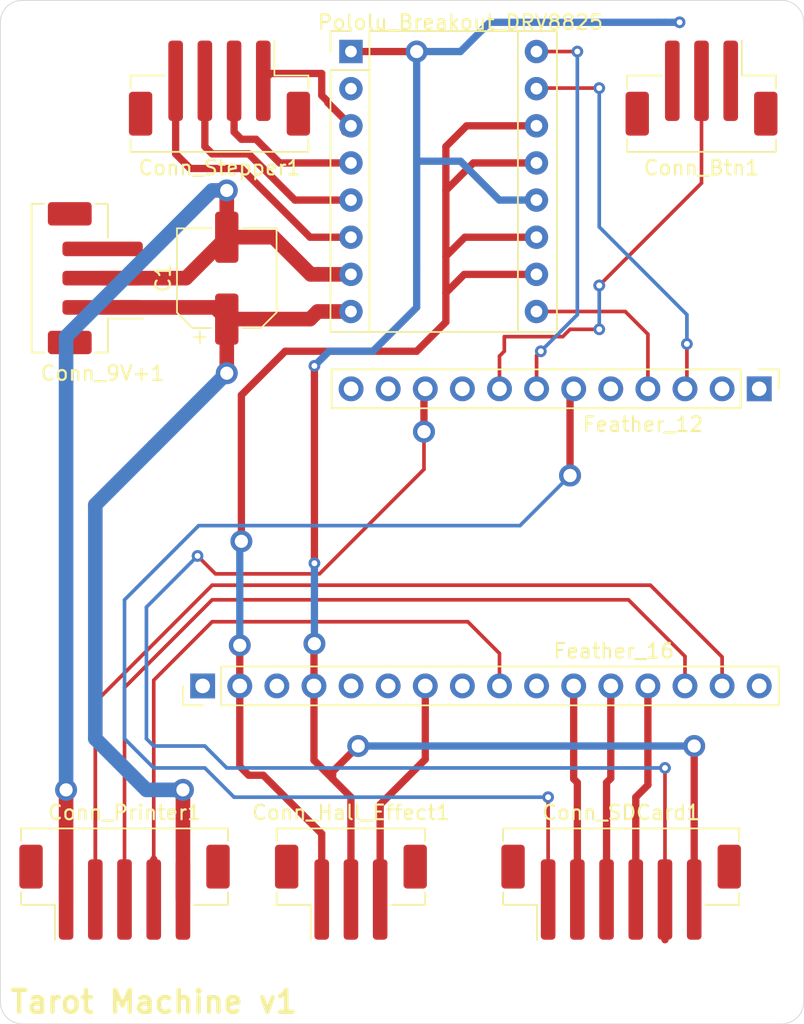
<source format=kicad_pcb>
(kicad_pcb (version 20171130) (host pcbnew "(5.1.9)-1")

  (general
    (thickness 1.6)
    (drawings 9)
    (tracks 210)
    (zones 0)
    (modules 10)
    (nets 36)
  )

  (page A4)
  (layers
    (0 F.Cu signal)
    (31 B.Cu signal)
    (32 B.Adhes user)
    (33 F.Adhes user)
    (34 B.Paste user)
    (35 F.Paste user)
    (36 B.SilkS user)
    (37 F.SilkS user)
    (38 B.Mask user)
    (39 F.Mask user)
    (40 Dwgs.User user)
    (41 Cmts.User user)
    (42 Eco1.User user)
    (43 Eco2.User user)
    (44 Edge.Cuts user)
    (45 Margin user)
    (46 B.CrtYd user)
    (47 F.CrtYd user)
    (48 B.Fab user)
    (49 F.Fab user)
  )

  (setup
    (last_trace_width 0.25)
    (user_trace_width 0.25)
    (user_trace_width 0.5)
    (user_trace_width 1)
    (trace_clearance 0.2)
    (zone_clearance 0.508)
    (zone_45_only no)
    (trace_min 0.2)
    (via_size 0.8)
    (via_drill 0.4)
    (via_min_size 0.4)
    (via_min_drill 0.3)
    (user_via 1.5 0.9)
    (user_via 2 1.5)
    (uvia_size 0.3)
    (uvia_drill 0.1)
    (uvias_allowed no)
    (uvia_min_size 0.2)
    (uvia_min_drill 0.1)
    (edge_width 0.05)
    (segment_width 0.2)
    (pcb_text_width 0.3)
    (pcb_text_size 1.5 1.5)
    (mod_edge_width 0.12)
    (mod_text_size 1 1)
    (mod_text_width 0.15)
    (pad_size 1.524 1.524)
    (pad_drill 0.762)
    (pad_to_mask_clearance 0.051)
    (solder_mask_min_width 0.25)
    (aux_axis_origin 0 0)
    (visible_elements 7FFFFFFF)
    (pcbplotparams
      (layerselection 0x01020_7fffffff)
      (usegerberextensions false)
      (usegerberattributes false)
      (usegerberadvancedattributes false)
      (creategerberjobfile false)
      (excludeedgelayer true)
      (linewidth 0.100000)
      (plotframeref false)
      (viasonmask false)
      (mode 1)
      (useauxorigin false)
      (hpglpennumber 1)
      (hpglpenspeed 20)
      (hpglpendiameter 15.000000)
      (psnegative false)
      (psa4output false)
      (plotreference true)
      (plotvalue true)
      (plotinvisibletext false)
      (padsonsilk false)
      (subtractmaskfromsilk false)
      (outputformat 5)
      (mirror false)
      (drillshape 0)
      (scaleselection 1)
      (outputdirectory "../../../../Projects/Hyperborea/TarotMachine/art/"))
  )

  (net 0 "")
  (net 1 GND)
  (net 2 +3V3)
  (net 3 /GPIO_6)
  (net 4 /STEP_1A)
  (net 5 /STEP_2A)
  (net 6 /STEP_1B)
  (net 7 /STEP_2B)
  (net 8 /GND_9V)
  (net 9 /GPIO_5)
  (net 10 /+9V)
  (net 11 /GPIO_11)
  (net 12 /bat)
  (net 13 /en)
  (net 14 /usb)
  (net 15 /GPIO_13)
  (net 16 /GPIO_12)
  (net 17 /GPIO_10)
  (net 18 /GPIO_9)
  (net 19 /scl)
  (net 20 /sda)
  (net 21 /tx)
  (net 22 /rx)
  (net 23 /mi)
  (net 24 /mo)
  (net 25 /sck)
  (net 26 /a5)
  (net 27 /a4)
  (net 28 /a3)
  (net 29 /a2)
  (net 30 /a1)
  (net 31 /a0)
  (net 32 /rst)
  (net 33 "Net-(Feather_16-Pad16)")
  (net 34 "Net-(Feather_16-Pad3)")
  (net 35 "Net-(Pololu_Breakout_DRV8825-Pad2)")

  (net_class Default "This is the default net class."
    (clearance 0.2)
    (trace_width 0.25)
    (via_dia 0.8)
    (via_drill 0.4)
    (uvia_dia 0.3)
    (uvia_drill 0.1)
    (add_net +3V3)
    (add_net /+9V)
    (add_net /GND_9V)
    (add_net /GPIO_10)
    (add_net /GPIO_11)
    (add_net /GPIO_12)
    (add_net /GPIO_13)
    (add_net /GPIO_5)
    (add_net /GPIO_6)
    (add_net /GPIO_9)
    (add_net /STEP_1A)
    (add_net /STEP_1B)
    (add_net /STEP_2A)
    (add_net /STEP_2B)
    (add_net /a0)
    (add_net /a1)
    (add_net /a2)
    (add_net /a3)
    (add_net /a4)
    (add_net /a5)
    (add_net /bat)
    (add_net /en)
    (add_net /mi)
    (add_net /mo)
    (add_net /rst)
    (add_net /rx)
    (add_net /sck)
    (add_net /scl)
    (add_net /sda)
    (add_net /tx)
    (add_net /usb)
    (add_net GND)
    (add_net "Net-(Feather_16-Pad16)")
    (add_net "Net-(Feather_16-Pad3)")
    (add_net "Net-(Pololu_Breakout_DRV8825-Pad2)")
  )

  (module Module:Pololu_Breakout-16_15.2x20.3mm (layer F.Cu) (tedit 58AB602C) (tstamp 62BA2A0E)
    (at 24 3.5)
    (descr "Pololu Breakout 16-pin 15.2x20.3mm 0.6x0.8\\")
    (tags "Pololu Breakout")
    (path /62A99AD0)
    (fp_text reference Pololu_Breakout_DRV8825 (at 7.5 -2) (layer F.SilkS)
      (effects (font (size 1 1) (thickness 0.15)))
    )
    (fp_text value Pololu_Breakout_DRV8825 (at 6.35 20.17) (layer F.Fab)
      (effects (font (size 1 1) (thickness 0.15)))
    )
    (fp_line (start 14.21 19.3) (end -1.53 19.3) (layer F.CrtYd) (width 0.05))
    (fp_line (start 14.21 19.3) (end 14.21 -1.52) (layer F.CrtYd) (width 0.05))
    (fp_line (start -1.53 -1.52) (end -1.53 19.3) (layer F.CrtYd) (width 0.05))
    (fp_line (start -1.53 -1.52) (end 14.21 -1.52) (layer F.CrtYd) (width 0.05))
    (fp_line (start -1.27 19.05) (end -1.27 0) (layer F.Fab) (width 0.1))
    (fp_line (start 13.97 19.05) (end -1.27 19.05) (layer F.Fab) (width 0.1))
    (fp_line (start 13.97 -1.27) (end 13.97 19.05) (layer F.Fab) (width 0.1))
    (fp_line (start 0 -1.27) (end 13.97 -1.27) (layer F.Fab) (width 0.1))
    (fp_line (start -1.27 0) (end 0 -1.27) (layer F.Fab) (width 0.1))
    (fp_line (start 14.1 -1.4) (end 1.27 -1.4) (layer F.SilkS) (width 0.12))
    (fp_line (start 14.1 19.18) (end 14.1 -1.4) (layer F.SilkS) (width 0.12))
    (fp_line (start -1.4 19.18) (end 14.1 19.18) (layer F.SilkS) (width 0.12))
    (fp_line (start -1.4 1.27) (end -1.4 19.18) (layer F.SilkS) (width 0.12))
    (fp_line (start 1.27 1.27) (end -1.4 1.27) (layer F.SilkS) (width 0.12))
    (fp_line (start 1.27 -1.4) (end 1.27 1.27) (layer F.SilkS) (width 0.12))
    (fp_line (start -1.4 -1.4) (end -1.4 0) (layer F.SilkS) (width 0.12))
    (fp_line (start 0 -1.4) (end -1.4 -1.4) (layer F.SilkS) (width 0.12))
    (fp_line (start 1.27 1.27) (end 1.27 19.18) (layer F.SilkS) (width 0.12))
    (fp_line (start 11.43 -1.4) (end 11.43 19.18) (layer F.SilkS) (width 0.12))
    (fp_text user %R (at 6.35 0) (layer F.Fab)
      (effects (font (size 1 1) (thickness 0.15)))
    )
    (pad 1 thru_hole rect (at 0 0) (size 1.6 1.6) (drill 0.8) (layers *.Cu *.Mask)
      (net 1 GND))
    (pad 9 thru_hole oval (at 12.7 17.78) (size 1.6 1.6) (drill 0.8) (layers *.Cu *.Mask)
      (net 3 /GPIO_6))
    (pad 2 thru_hole oval (at 0 2.54) (size 1.6 1.6) (drill 0.8) (layers *.Cu *.Mask)
      (net 35 "Net-(Pololu_Breakout_DRV8825-Pad2)"))
    (pad 10 thru_hole oval (at 12.7 15.24) (size 1.6 1.6) (drill 0.8) (layers *.Cu *.Mask)
      (net 2 +3V3))
    (pad 3 thru_hole oval (at 0 5.08) (size 1.6 1.6) (drill 0.8) (layers *.Cu *.Mask)
      (net 5 /STEP_2A))
    (pad 11 thru_hole oval (at 12.7 12.7) (size 1.6 1.6) (drill 0.8) (layers *.Cu *.Mask)
      (net 2 +3V3))
    (pad 4 thru_hole oval (at 0 7.62) (size 1.6 1.6) (drill 0.8) (layers *.Cu *.Mask)
      (net 4 /STEP_1A))
    (pad 12 thru_hole oval (at 12.7 10.16) (size 1.6 1.6) (drill 0.8) (layers *.Cu *.Mask)
      (net 1 GND))
    (pad 5 thru_hole oval (at 0 10.16) (size 1.6 1.6) (drill 0.8) (layers *.Cu *.Mask)
      (net 6 /STEP_1B))
    (pad 13 thru_hole oval (at 12.7 7.62) (size 1.6 1.6) (drill 0.8) (layers *.Cu *.Mask)
      (net 2 +3V3))
    (pad 6 thru_hole oval (at 0 12.7) (size 1.6 1.6) (drill 0.8) (layers *.Cu *.Mask)
      (net 7 /STEP_2B))
    (pad 14 thru_hole oval (at 12.7 5.08) (size 1.6 1.6) (drill 0.8) (layers *.Cu *.Mask)
      (net 2 +3V3))
    (pad 7 thru_hole oval (at 0 15.24) (size 1.6 1.6) (drill 0.8) (layers *.Cu *.Mask)
      (net 8 /GND_9V))
    (pad 15 thru_hole oval (at 12.7 2.54) (size 1.6 1.6) (drill 0.8) (layers *.Cu *.Mask)
      (net 9 /GPIO_5))
    (pad 8 thru_hole oval (at 0 17.78) (size 1.6 1.6) (drill 0.8) (layers *.Cu *.Mask)
      (net 10 /+9V))
    (pad 16 thru_hole oval (at 12.7 0) (size 1.6 1.6) (drill 0.8) (layers *.Cu *.Mask)
      (net 11 /GPIO_11))
    (model ${KISYS3DMOD}/Module.3dshapes/Pololu_Breakout-16_15.2x20.3mm.wrl
      (at (xyz 0 0 0))
      (scale (xyz 1 1 1))
      (rotate (xyz 0 0 0))
    )
  )

  (module Connector_JST:JST_PH_B3B-PH-SM4-TB_1x03-1MP_P2.00mm_Vertical (layer F.Cu) (tedit 5B78AD87) (tstamp 62BA2AF8)
    (at 48 6 180)
    (descr "JST PH series connector, B3B-PH-SM4-TB (http://www.jst-mfg.com/product/pdf/eng/ePH.pdf), generated with kicad-footprint-generator")
    (tags "connector JST PH side entry")
    (path /62A97CD5)
    (attr smd)
    (fp_text reference Conn_Btn1 (at 0 -5.45) (layer F.SilkS)
      (effects (font (size 1 1) (thickness 0.15)))
    )
    (fp_text value Conn_Btn (at 0 4.45) (layer F.Fab)
      (effects (font (size 1 1) (thickness 0.15)))
    )
    (fp_line (start -2 0.042893) (end -1.5 0.75) (layer F.Fab) (width 0.1))
    (fp_line (start -2.5 0.75) (end -2 0.042893) (layer F.Fab) (width 0.1))
    (fp_line (start 5.7 -4.75) (end -5.7 -4.75) (layer F.CrtYd) (width 0.05))
    (fp_line (start 5.7 3.75) (end 5.7 -4.75) (layer F.CrtYd) (width 0.05))
    (fp_line (start -5.7 3.75) (end 5.7 3.75) (layer F.CrtYd) (width 0.05))
    (fp_line (start -5.7 -4.75) (end -5.7 3.75) (layer F.CrtYd) (width 0.05))
    (fp_line (start 2.25 -2.75) (end 1.75 -2.75) (layer F.Fab) (width 0.1))
    (fp_line (start 2.25 -2.25) (end 2.25 -2.75) (layer F.Fab) (width 0.1))
    (fp_line (start 1.75 -2.25) (end 2.25 -2.25) (layer F.Fab) (width 0.1))
    (fp_line (start 1.75 -2.75) (end 1.75 -2.25) (layer F.Fab) (width 0.1))
    (fp_line (start 0.25 -2.75) (end -0.25 -2.75) (layer F.Fab) (width 0.1))
    (fp_line (start 0.25 -2.25) (end 0.25 -2.75) (layer F.Fab) (width 0.1))
    (fp_line (start -0.25 -2.25) (end 0.25 -2.25) (layer F.Fab) (width 0.1))
    (fp_line (start -0.25 -2.75) (end -0.25 -2.25) (layer F.Fab) (width 0.1))
    (fp_line (start -1.75 -2.75) (end -2.25 -2.75) (layer F.Fab) (width 0.1))
    (fp_line (start -1.75 -2.25) (end -1.75 -2.75) (layer F.Fab) (width 0.1))
    (fp_line (start -2.25 -2.25) (end -1.75 -2.25) (layer F.Fab) (width 0.1))
    (fp_line (start -2.25 -2.75) (end -2.25 -2.25) (layer F.Fab) (width 0.1))
    (fp_line (start 4.975 0.75) (end 4.975 -4.25) (layer F.Fab) (width 0.1))
    (fp_line (start -4.975 0.75) (end -4.975 -4.25) (layer F.Fab) (width 0.1))
    (fp_line (start -4.975 -4.25) (end 4.975 -4.25) (layer F.Fab) (width 0.1))
    (fp_line (start 5.085 -4.36) (end 5.085 -3.51) (layer F.SilkS) (width 0.12))
    (fp_line (start -5.085 -4.36) (end 5.085 -4.36) (layer F.SilkS) (width 0.12))
    (fp_line (start -5.085 -3.51) (end -5.085 -4.36) (layer F.SilkS) (width 0.12))
    (fp_line (start 5.085 0.86) (end 2.76 0.86) (layer F.SilkS) (width 0.12))
    (fp_line (start 5.085 0.01) (end 5.085 0.86) (layer F.SilkS) (width 0.12))
    (fp_line (start -2.76 0.86) (end -2.76 3.25) (layer F.SilkS) (width 0.12))
    (fp_line (start -5.085 0.86) (end -2.76 0.86) (layer F.SilkS) (width 0.12))
    (fp_line (start -5.085 0.01) (end -5.085 0.86) (layer F.SilkS) (width 0.12))
    (fp_line (start -4.975 0.75) (end 4.975 0.75) (layer F.Fab) (width 0.1))
    (fp_text user %R (at 0 -1) (layer F.Fab)
      (effects (font (size 1 1) (thickness 0.15)))
    )
    (pad 1 smd roundrect (at -2 0.5 180) (size 1 5.5) (layers F.Cu F.Paste F.Mask) (roundrect_rratio 0.25)
      (net 1 GND))
    (pad 2 smd roundrect (at 0 0.5 180) (size 1 5.5) (layers F.Cu F.Paste F.Mask) (roundrect_rratio 0.25)
      (net 16 /GPIO_12))
    (pad 3 smd roundrect (at 2 0.5 180) (size 1 5.5) (layers F.Cu F.Paste F.Mask) (roundrect_rratio 0.25))
    (pad MP smd roundrect (at -4.4 -1.75 180) (size 1.6 3) (layers F.Cu F.Paste F.Mask) (roundrect_rratio 0.15625))
    (pad MP smd roundrect (at 4.4 -1.75 180) (size 1.6 3) (layers F.Cu F.Paste F.Mask) (roundrect_rratio 0.15625))
    (model ${KISYS3DMOD}/Connector_JST.3dshapes/JST_PH_B3B-PH-SM4-TB_1x03-1MP_P2.00mm_Vertical.wrl
      (at (xyz 0 0 0))
      (scale (xyz 1 1 1))
      (rotate (xyz 0 0 0))
    )
  )

  (module Connector_PinHeader_2.54mm:PinHeader_1x16_P2.54mm_Vertical (layer F.Cu) (tedit 59FED5CC) (tstamp 62BA2C3B)
    (at 13.85 46.89 90)
    (descr "Through hole straight pin header, 1x16, 2.54mm pitch, single row")
    (tags "Through hole pin header THT 1x16 2.54mm single row")
    (path /5D18C1C3)
    (fp_text reference Feather_16 (at 2.39 28.15 180) (layer F.SilkS)
      (effects (font (size 1 1) (thickness 0.15)))
    )
    (fp_text value Feather_16 (at 2.39 28.15 180) (layer F.Fab)
      (effects (font (size 1 1) (thickness 0.15)))
    )
    (fp_line (start -0.635 -1.27) (end 1.27 -1.27) (layer F.Fab) (width 0.1))
    (fp_line (start 1.27 -1.27) (end 1.27 39.37) (layer F.Fab) (width 0.1))
    (fp_line (start 1.27 39.37) (end -1.27 39.37) (layer F.Fab) (width 0.1))
    (fp_line (start -1.27 39.37) (end -1.27 -0.635) (layer F.Fab) (width 0.1))
    (fp_line (start -1.27 -0.635) (end -0.635 -1.27) (layer F.Fab) (width 0.1))
    (fp_line (start -1.33 39.43) (end 1.33 39.43) (layer F.SilkS) (width 0.12))
    (fp_line (start -1.33 1.27) (end -1.33 39.43) (layer F.SilkS) (width 0.12))
    (fp_line (start 1.33 1.27) (end 1.33 39.43) (layer F.SilkS) (width 0.12))
    (fp_line (start -1.33 1.27) (end 1.33 1.27) (layer F.SilkS) (width 0.12))
    (fp_line (start -1.33 0) (end -1.33 -1.33) (layer F.SilkS) (width 0.12))
    (fp_line (start -1.33 -1.33) (end 0 -1.33) (layer F.SilkS) (width 0.12))
    (fp_line (start -1.8 -1.8) (end -1.8 39.9) (layer F.CrtYd) (width 0.05))
    (fp_line (start -1.8 39.9) (end 1.8 39.9) (layer F.CrtYd) (width 0.05))
    (fp_line (start 1.8 39.9) (end 1.8 -1.8) (layer F.CrtYd) (width 0.05))
    (fp_line (start 1.8 -1.8) (end -1.8 -1.8) (layer F.CrtYd) (width 0.05))
    (fp_text user %R (at 0 19.05) (layer F.Fab)
      (effects (font (size 1 1) (thickness 0.15)))
    )
    (pad 16 thru_hole oval (at 0 38.1 90) (size 1.7 1.7) (drill 1) (layers *.Cu *.Mask)
      (net 33 "Net-(Feather_16-Pad16)"))
    (pad 15 thru_hole oval (at 0 35.56 90) (size 1.7 1.7) (drill 1) (layers *.Cu *.Mask)
      (net 21 /tx))
    (pad 14 thru_hole oval (at 0 33.02 90) (size 1.7 1.7) (drill 1) (layers *.Cu *.Mask)
      (net 22 /rx))
    (pad 13 thru_hole oval (at 0 30.48 90) (size 1.7 1.7) (drill 1) (layers *.Cu *.Mask)
      (net 23 /mi))
    (pad 12 thru_hole oval (at 0 27.94 90) (size 1.7 1.7) (drill 1) (layers *.Cu *.Mask)
      (net 24 /mo))
    (pad 11 thru_hole oval (at 0 25.4 90) (size 1.7 1.7) (drill 1) (layers *.Cu *.Mask)
      (net 25 /sck))
    (pad 10 thru_hole oval (at 0 22.86 90) (size 1.7 1.7) (drill 1) (layers *.Cu *.Mask)
      (net 26 /a5))
    (pad 9 thru_hole oval (at 0 20.32 90) (size 1.7 1.7) (drill 1) (layers *.Cu *.Mask)
      (net 27 /a4))
    (pad 8 thru_hole oval (at 0 17.78 90) (size 1.7 1.7) (drill 1) (layers *.Cu *.Mask)
      (net 28 /a3))
    (pad 7 thru_hole oval (at 0 15.24 90) (size 1.7 1.7) (drill 1) (layers *.Cu *.Mask)
      (net 29 /a2))
    (pad 6 thru_hole oval (at 0 12.7 90) (size 1.7 1.7) (drill 1) (layers *.Cu *.Mask)
      (net 30 /a1))
    (pad 5 thru_hole oval (at 0 10.16 90) (size 1.7 1.7) (drill 1) (layers *.Cu *.Mask)
      (net 31 /a0))
    (pad 4 thru_hole oval (at 0 7.62 90) (size 1.7 1.7) (drill 1) (layers *.Cu *.Mask)
      (net 1 GND))
    (pad 3 thru_hole oval (at 0 5.08 90) (size 1.7 1.7) (drill 1) (layers *.Cu *.Mask)
      (net 34 "Net-(Feather_16-Pad3)"))
    (pad 2 thru_hole oval (at 0 2.54 90) (size 1.7 1.7) (drill 1) (layers *.Cu *.Mask)
      (net 2 +3V3))
    (pad 1 thru_hole rect (at 0 0 90) (size 1.7 1.7) (drill 1) (layers *.Cu *.Mask)
      (net 32 /rst))
    (model ${KISYS3DMOD}/Connector_PinHeader_2.54mm.3dshapes/PinHeader_1x16_P2.54mm_Vertical.wrl
      (at (xyz 0 0 0))
      (scale (xyz 1 1 1))
      (rotate (xyz 0 0 0))
    )
  )

  (module Connector_PinHeader_2.54mm:PinHeader_1x12_P2.54mm_Vertical (layer F.Cu) (tedit 59FED5CC) (tstamp 62BA2BDA)
    (at 51.95 26.57 270)
    (descr "Through hole straight pin header, 1x12, 2.54mm pitch, single row")
    (tags "Through hole pin header THT 1x12 2.54mm single row")
    (path /5D191B96)
    (fp_text reference Feather_12 (at 2.43 7.95 180) (layer F.SilkS)
      (effects (font (size 1 1) (thickness 0.15)))
    )
    (fp_text value Feather_12 (at 2.43 7.95 180) (layer F.Fab)
      (effects (font (size 1 1) (thickness 0.15)))
    )
    (fp_line (start -0.635 -1.27) (end 1.27 -1.27) (layer F.Fab) (width 0.1))
    (fp_line (start 1.27 -1.27) (end 1.27 29.21) (layer F.Fab) (width 0.1))
    (fp_line (start 1.27 29.21) (end -1.27 29.21) (layer F.Fab) (width 0.1))
    (fp_line (start -1.27 29.21) (end -1.27 -0.635) (layer F.Fab) (width 0.1))
    (fp_line (start -1.27 -0.635) (end -0.635 -1.27) (layer F.Fab) (width 0.1))
    (fp_line (start -1.33 29.27) (end 1.33 29.27) (layer F.SilkS) (width 0.12))
    (fp_line (start -1.33 1.27) (end -1.33 29.27) (layer F.SilkS) (width 0.12))
    (fp_line (start 1.33 1.27) (end 1.33 29.27) (layer F.SilkS) (width 0.12))
    (fp_line (start -1.33 1.27) (end 1.33 1.27) (layer F.SilkS) (width 0.12))
    (fp_line (start -1.33 0) (end -1.33 -1.33) (layer F.SilkS) (width 0.12))
    (fp_line (start -1.33 -1.33) (end 0 -1.33) (layer F.SilkS) (width 0.12))
    (fp_line (start -1.8 -1.8) (end -1.8 29.75) (layer F.CrtYd) (width 0.05))
    (fp_line (start -1.8 29.75) (end 1.8 29.75) (layer F.CrtYd) (width 0.05))
    (fp_line (start 1.8 29.75) (end 1.8 -1.8) (layer F.CrtYd) (width 0.05))
    (fp_line (start 1.8 -1.8) (end -1.8 -1.8) (layer F.CrtYd) (width 0.05))
    (fp_text user %R (at 0 13.97) (layer F.Fab)
      (effects (font (size 1 1) (thickness 0.15)))
    )
    (pad 12 thru_hole oval (at 0 27.94 270) (size 1.7 1.7) (drill 1) (layers *.Cu *.Mask)
      (net 12 /bat))
    (pad 11 thru_hole oval (at 0 25.4 270) (size 1.7 1.7) (drill 1) (layers *.Cu *.Mask)
      (net 13 /en))
    (pad 10 thru_hole oval (at 0 22.86 270) (size 1.7 1.7) (drill 1) (layers *.Cu *.Mask)
      (net 14 /usb))
    (pad 9 thru_hole oval (at 0 20.32 270) (size 1.7 1.7) (drill 1) (layers *.Cu *.Mask)
      (net 15 /GPIO_13))
    (pad 8 thru_hole oval (at 0 17.78 270) (size 1.7 1.7) (drill 1) (layers *.Cu *.Mask)
      (net 16 /GPIO_12))
    (pad 7 thru_hole oval (at 0 15.24 270) (size 1.7 1.7) (drill 1) (layers *.Cu *.Mask)
      (net 11 /GPIO_11))
    (pad 6 thru_hole oval (at 0 12.7 270) (size 1.7 1.7) (drill 1) (layers *.Cu *.Mask)
      (net 17 /GPIO_10))
    (pad 5 thru_hole oval (at 0 10.16 270) (size 1.7 1.7) (drill 1) (layers *.Cu *.Mask)
      (net 18 /GPIO_9))
    (pad 4 thru_hole oval (at 0 7.62 270) (size 1.7 1.7) (drill 1) (layers *.Cu *.Mask)
      (net 3 /GPIO_6))
    (pad 3 thru_hole oval (at 0 5.08 270) (size 1.7 1.7) (drill 1) (layers *.Cu *.Mask)
      (net 9 /GPIO_5))
    (pad 2 thru_hole oval (at 0 2.54 270) (size 1.7 1.7) (drill 1) (layers *.Cu *.Mask)
      (net 19 /scl))
    (pad 1 thru_hole rect (at 0 0 270) (size 1.7 1.7) (drill 1) (layers *.Cu *.Mask)
      (net 20 /sda))
    (model ${KISYS3DMOD}/Connector_PinHeader_2.54mm.3dshapes/PinHeader_1x12_P2.54mm_Vertical.wrl
      (at (xyz 0 0 0))
      (scale (xyz 1 1 1))
      (rotate (xyz 0 0 0))
    )
  )

  (module Capacitor_SMD:CP_Elec_6.3x5.4 (layer F.Cu) (tedit 5BCA39D0) (tstamp 62BA2B6D)
    (at 15.5 19 90)
    (descr "SMD capacitor, aluminum electrolytic, Panasonic C55, 6.3x5.4mm")
    (tags "capacitor electrolytic")
    (path /62AB3DDB)
    (attr smd)
    (fp_text reference C1 (at 0 -4.35 90) (layer F.SilkS)
      (effects (font (size 1 1) (thickness 0.15)))
    )
    (fp_text value CP_100uf (at 0 4.35 90) (layer F.Fab)
      (effects (font (size 1 1) (thickness 0.15)))
    )
    (fp_line (start -4.8 1.05) (end -3.55 1.05) (layer F.CrtYd) (width 0.05))
    (fp_line (start -4.8 -1.05) (end -4.8 1.05) (layer F.CrtYd) (width 0.05))
    (fp_line (start -3.55 -1.05) (end -4.8 -1.05) (layer F.CrtYd) (width 0.05))
    (fp_line (start -3.55 1.05) (end -3.55 2.4) (layer F.CrtYd) (width 0.05))
    (fp_line (start -3.55 -2.4) (end -3.55 -1.05) (layer F.CrtYd) (width 0.05))
    (fp_line (start -3.55 -2.4) (end -2.4 -3.55) (layer F.CrtYd) (width 0.05))
    (fp_line (start -3.55 2.4) (end -2.4 3.55) (layer F.CrtYd) (width 0.05))
    (fp_line (start -2.4 -3.55) (end 3.55 -3.55) (layer F.CrtYd) (width 0.05))
    (fp_line (start -2.4 3.55) (end 3.55 3.55) (layer F.CrtYd) (width 0.05))
    (fp_line (start 3.55 1.05) (end 3.55 3.55) (layer F.CrtYd) (width 0.05))
    (fp_line (start 4.8 1.05) (end 3.55 1.05) (layer F.CrtYd) (width 0.05))
    (fp_line (start 4.8 -1.05) (end 4.8 1.05) (layer F.CrtYd) (width 0.05))
    (fp_line (start 3.55 -1.05) (end 4.8 -1.05) (layer F.CrtYd) (width 0.05))
    (fp_line (start 3.55 -3.55) (end 3.55 -1.05) (layer F.CrtYd) (width 0.05))
    (fp_line (start -4.04375 -2.24125) (end -4.04375 -1.45375) (layer F.SilkS) (width 0.12))
    (fp_line (start -4.4375 -1.8475) (end -3.65 -1.8475) (layer F.SilkS) (width 0.12))
    (fp_line (start -3.41 2.345563) (end -2.345563 3.41) (layer F.SilkS) (width 0.12))
    (fp_line (start -3.41 -2.345563) (end -2.345563 -3.41) (layer F.SilkS) (width 0.12))
    (fp_line (start -3.41 -2.345563) (end -3.41 -1.06) (layer F.SilkS) (width 0.12))
    (fp_line (start -3.41 2.345563) (end -3.41 1.06) (layer F.SilkS) (width 0.12))
    (fp_line (start -2.345563 3.41) (end 3.41 3.41) (layer F.SilkS) (width 0.12))
    (fp_line (start -2.345563 -3.41) (end 3.41 -3.41) (layer F.SilkS) (width 0.12))
    (fp_line (start 3.41 -3.41) (end 3.41 -1.06) (layer F.SilkS) (width 0.12))
    (fp_line (start 3.41 3.41) (end 3.41 1.06) (layer F.SilkS) (width 0.12))
    (fp_line (start -2.389838 -1.645) (end -2.389838 -1.015) (layer F.Fab) (width 0.1))
    (fp_line (start -2.704838 -1.33) (end -2.074838 -1.33) (layer F.Fab) (width 0.1))
    (fp_line (start -3.3 2.3) (end -2.3 3.3) (layer F.Fab) (width 0.1))
    (fp_line (start -3.3 -2.3) (end -2.3 -3.3) (layer F.Fab) (width 0.1))
    (fp_line (start -3.3 -2.3) (end -3.3 2.3) (layer F.Fab) (width 0.1))
    (fp_line (start -2.3 3.3) (end 3.3 3.3) (layer F.Fab) (width 0.1))
    (fp_line (start -2.3 -3.3) (end 3.3 -3.3) (layer F.Fab) (width 0.1))
    (fp_line (start 3.3 -3.3) (end 3.3 3.3) (layer F.Fab) (width 0.1))
    (fp_circle (center 0 0) (end 3.15 0) (layer F.Fab) (width 0.1))
    (fp_text user %R (at 0 0 90) (layer F.Fab)
      (effects (font (size 1 1) (thickness 0.15)))
    )
    (pad 1 smd roundrect (at -2.8 0 90) (size 3.5 1.6) (layers F.Cu F.Paste F.Mask) (roundrect_rratio 0.15625)
      (net 10 /+9V))
    (pad 2 smd roundrect (at 2.8 0 90) (size 3.5 1.6) (layers F.Cu F.Paste F.Mask) (roundrect_rratio 0.15625)
      (net 8 /GND_9V))
    (model ${KISYS3DMOD}/Capacitor_SMD.3dshapes/CP_Elec_6.3x5.4.wrl
      (at (xyz 0 0 0))
      (scale (xyz 1 1 1))
      (rotate (xyz 0 0 0))
    )
  )

  (module Connector_JST:JST_PH_B3B-PH-SM4-TB_1x03-1MP_P2.00mm_Vertical (layer F.Cu) (tedit 5B78AD87) (tstamp 62BA2999)
    (at 24 61)
    (descr "JST PH series connector, B3B-PH-SM4-TB (http://www.jst-mfg.com/product/pdf/eng/ePH.pdf), generated with kicad-footprint-generator")
    (tags "connector JST PH side entry")
    (path /62A96271)
    (attr smd)
    (fp_text reference Conn_Hall_Effect1 (at 0 -5.45) (layer F.SilkS)
      (effects (font (size 1 1) (thickness 0.15)))
    )
    (fp_text value Conn_Hall_Effect (at 0 4.45) (layer F.Fab)
      (effects (font (size 1 1) (thickness 0.15)))
    )
    (fp_line (start -4.975 0.75) (end 4.975 0.75) (layer F.Fab) (width 0.1))
    (fp_line (start -5.085 0.01) (end -5.085 0.86) (layer F.SilkS) (width 0.12))
    (fp_line (start -5.085 0.86) (end -2.76 0.86) (layer F.SilkS) (width 0.12))
    (fp_line (start -2.76 0.86) (end -2.76 3.25) (layer F.SilkS) (width 0.12))
    (fp_line (start 5.085 0.01) (end 5.085 0.86) (layer F.SilkS) (width 0.12))
    (fp_line (start 5.085 0.86) (end 2.76 0.86) (layer F.SilkS) (width 0.12))
    (fp_line (start -5.085 -3.51) (end -5.085 -4.36) (layer F.SilkS) (width 0.12))
    (fp_line (start -5.085 -4.36) (end 5.085 -4.36) (layer F.SilkS) (width 0.12))
    (fp_line (start 5.085 -4.36) (end 5.085 -3.51) (layer F.SilkS) (width 0.12))
    (fp_line (start -4.975 -4.25) (end 4.975 -4.25) (layer F.Fab) (width 0.1))
    (fp_line (start -4.975 0.75) (end -4.975 -4.25) (layer F.Fab) (width 0.1))
    (fp_line (start 4.975 0.75) (end 4.975 -4.25) (layer F.Fab) (width 0.1))
    (fp_line (start -2.25 -2.75) (end -2.25 -2.25) (layer F.Fab) (width 0.1))
    (fp_line (start -2.25 -2.25) (end -1.75 -2.25) (layer F.Fab) (width 0.1))
    (fp_line (start -1.75 -2.25) (end -1.75 -2.75) (layer F.Fab) (width 0.1))
    (fp_line (start -1.75 -2.75) (end -2.25 -2.75) (layer F.Fab) (width 0.1))
    (fp_line (start -0.25 -2.75) (end -0.25 -2.25) (layer F.Fab) (width 0.1))
    (fp_line (start -0.25 -2.25) (end 0.25 -2.25) (layer F.Fab) (width 0.1))
    (fp_line (start 0.25 -2.25) (end 0.25 -2.75) (layer F.Fab) (width 0.1))
    (fp_line (start 0.25 -2.75) (end -0.25 -2.75) (layer F.Fab) (width 0.1))
    (fp_line (start 1.75 -2.75) (end 1.75 -2.25) (layer F.Fab) (width 0.1))
    (fp_line (start 1.75 -2.25) (end 2.25 -2.25) (layer F.Fab) (width 0.1))
    (fp_line (start 2.25 -2.25) (end 2.25 -2.75) (layer F.Fab) (width 0.1))
    (fp_line (start 2.25 -2.75) (end 1.75 -2.75) (layer F.Fab) (width 0.1))
    (fp_line (start -5.7 -4.75) (end -5.7 3.75) (layer F.CrtYd) (width 0.05))
    (fp_line (start -5.7 3.75) (end 5.7 3.75) (layer F.CrtYd) (width 0.05))
    (fp_line (start 5.7 3.75) (end 5.7 -4.75) (layer F.CrtYd) (width 0.05))
    (fp_line (start 5.7 -4.75) (end -5.7 -4.75) (layer F.CrtYd) (width 0.05))
    (fp_line (start -2.5 0.75) (end -2 0.042893) (layer F.Fab) (width 0.1))
    (fp_line (start -2 0.042893) (end -1.5 0.75) (layer F.Fab) (width 0.1))
    (fp_text user %R (at 0 -1) (layer F.Fab)
      (effects (font (size 1 1) (thickness 0.15)))
    )
    (pad MP smd roundrect (at 4.4 -1.75) (size 1.6 3) (layers F.Cu F.Paste F.Mask) (roundrect_rratio 0.15625))
    (pad MP smd roundrect (at -4.4 -1.75) (size 1.6 3) (layers F.Cu F.Paste F.Mask) (roundrect_rratio 0.15625))
    (pad 3 smd roundrect (at 2 0.5) (size 1 5.5) (layers F.Cu F.Paste F.Mask) (roundrect_rratio 0.25)
      (net 29 /a2))
    (pad 2 smd roundrect (at 0 0.5) (size 1 5.5) (layers F.Cu F.Paste F.Mask) (roundrect_rratio 0.25)
      (net 1 GND))
    (pad 1 smd roundrect (at -2 0.5) (size 1 5.5) (layers F.Cu F.Paste F.Mask) (roundrect_rratio 0.25)
      (net 2 +3V3))
    (model ${KISYS3DMOD}/Connector_JST.3dshapes/JST_PH_B3B-PH-SM4-TB_1x03-1MP_P2.00mm_Vertical.wrl
      (at (xyz 0 0 0))
      (scale (xyz 1 1 1))
      (rotate (xyz 0 0 0))
    )
  )

  (module Connector_JST:JST_PH_B3B-PH-SM4-TB_1x03-1MP_P2.00mm_Vertical (layer F.Cu) (tedit 5B78AD87) (tstamp 62BA2A83)
    (at 6.5 19 90)
    (descr "JST PH series connector, B3B-PH-SM4-TB (http://www.jst-mfg.com/product/pdf/eng/ePH.pdf), generated with kicad-footprint-generator")
    (tags "connector JST PH side entry")
    (path /62A9860D)
    (attr smd)
    (fp_text reference Conn_9V+1 (at -6.5 0.5 180) (layer F.SilkS)
      (effects (font (size 1 1) (thickness 0.15)))
    )
    (fp_text value Conn_9V+ (at -6.5 0 180) (layer F.Fab)
      (effects (font (size 1 1) (thickness 0.15)))
    )
    (fp_line (start -4.975 0.75) (end 4.975 0.75) (layer F.Fab) (width 0.1))
    (fp_line (start -5.085 0.01) (end -5.085 0.86) (layer F.SilkS) (width 0.12))
    (fp_line (start -5.085 0.86) (end -2.76 0.86) (layer F.SilkS) (width 0.12))
    (fp_line (start -2.76 0.86) (end -2.76 3.25) (layer F.SilkS) (width 0.12))
    (fp_line (start 5.085 0.01) (end 5.085 0.86) (layer F.SilkS) (width 0.12))
    (fp_line (start 5.085 0.86) (end 2.76 0.86) (layer F.SilkS) (width 0.12))
    (fp_line (start -5.085 -3.51) (end -5.085 -4.36) (layer F.SilkS) (width 0.12))
    (fp_line (start -5.085 -4.36) (end 5.085 -4.36) (layer F.SilkS) (width 0.12))
    (fp_line (start 5.085 -4.36) (end 5.085 -3.51) (layer F.SilkS) (width 0.12))
    (fp_line (start -4.975 -4.25) (end 4.975 -4.25) (layer F.Fab) (width 0.1))
    (fp_line (start -4.975 0.75) (end -4.975 -4.25) (layer F.Fab) (width 0.1))
    (fp_line (start 4.975 0.75) (end 4.975 -4.25) (layer F.Fab) (width 0.1))
    (fp_line (start -2.25 -2.75) (end -2.25 -2.25) (layer F.Fab) (width 0.1))
    (fp_line (start -2.25 -2.25) (end -1.75 -2.25) (layer F.Fab) (width 0.1))
    (fp_line (start -1.75 -2.25) (end -1.75 -2.75) (layer F.Fab) (width 0.1))
    (fp_line (start -1.75 -2.75) (end -2.25 -2.75) (layer F.Fab) (width 0.1))
    (fp_line (start -0.25 -2.75) (end -0.25 -2.25) (layer F.Fab) (width 0.1))
    (fp_line (start -0.25 -2.25) (end 0.25 -2.25) (layer F.Fab) (width 0.1))
    (fp_line (start 0.25 -2.25) (end 0.25 -2.75) (layer F.Fab) (width 0.1))
    (fp_line (start 0.25 -2.75) (end -0.25 -2.75) (layer F.Fab) (width 0.1))
    (fp_line (start 1.75 -2.75) (end 1.75 -2.25) (layer F.Fab) (width 0.1))
    (fp_line (start 1.75 -2.25) (end 2.25 -2.25) (layer F.Fab) (width 0.1))
    (fp_line (start 2.25 -2.25) (end 2.25 -2.75) (layer F.Fab) (width 0.1))
    (fp_line (start 2.25 -2.75) (end 1.75 -2.75) (layer F.Fab) (width 0.1))
    (fp_line (start -5.7 -4.75) (end -5.7 3.75) (layer F.CrtYd) (width 0.05))
    (fp_line (start -5.7 3.75) (end 5.7 3.75) (layer F.CrtYd) (width 0.05))
    (fp_line (start 5.7 3.75) (end 5.7 -4.75) (layer F.CrtYd) (width 0.05))
    (fp_line (start 5.7 -4.75) (end -5.7 -4.75) (layer F.CrtYd) (width 0.05))
    (fp_line (start -2.5 0.75) (end -2 0.042893) (layer F.Fab) (width 0.1))
    (fp_line (start -2 0.042893) (end -1.5 0.75) (layer F.Fab) (width 0.1))
    (fp_text user %R (at 0 -1 90) (layer F.Fab)
      (effects (font (size 1 1) (thickness 0.15)))
    )
    (pad MP smd roundrect (at 4.4 -1.75 90) (size 1.6 3) (layers F.Cu F.Paste F.Mask) (roundrect_rratio 0.15625))
    (pad MP smd roundrect (at -4.4 -1.75 90) (size 1.6 3) (layers F.Cu F.Paste F.Mask) (roundrect_rratio 0.15625))
    (pad 3 smd roundrect (at 2 0.5 90) (size 1 5.5) (layers F.Cu F.Paste F.Mask) (roundrect_rratio 0.25))
    (pad 2 smd roundrect (at 0 0.5 90) (size 1 5.5) (layers F.Cu F.Paste F.Mask) (roundrect_rratio 0.25)
      (net 8 /GND_9V))
    (pad 1 smd roundrect (at -2 0.5 90) (size 1 5.5) (layers F.Cu F.Paste F.Mask) (roundrect_rratio 0.25)
      (net 10 /+9V))
    (model ${KISYS3DMOD}/Connector_JST.3dshapes/JST_PH_B3B-PH-SM4-TB_1x03-1MP_P2.00mm_Vertical.wrl
      (at (xyz 0 0 0))
      (scale (xyz 1 1 1))
      (rotate (xyz 0 0 0))
    )
  )

  (module Connector_JST:JST_PH_B6B-PH-SM4-TB_1x06-1MP_P2.00mm_Vertical (layer F.Cu) (tedit 5B78AD87) (tstamp 62BA2906)
    (at 42.5 61)
    (descr "JST PH series connector, B6B-PH-SM4-TB (http://www.jst-mfg.com/product/pdf/eng/ePH.pdf), generated with kicad-footprint-generator")
    (tags "connector JST PH side entry")
    (path /62A990ED)
    (attr smd)
    (fp_text reference Conn_SDCard1 (at 0 -5.45) (layer F.SilkS)
      (effects (font (size 1 1) (thickness 0.15)))
    )
    (fp_text value Conn_SDCard (at 0 4.45) (layer F.Fab)
      (effects (font (size 1 1) (thickness 0.15)))
    )
    (fp_line (start -5 0.042893) (end -4.5 0.75) (layer F.Fab) (width 0.1))
    (fp_line (start -5.5 0.75) (end -5 0.042893) (layer F.Fab) (width 0.1))
    (fp_line (start 8.7 -4.75) (end -8.7 -4.75) (layer F.CrtYd) (width 0.05))
    (fp_line (start 8.7 3.75) (end 8.7 -4.75) (layer F.CrtYd) (width 0.05))
    (fp_line (start -8.7 3.75) (end 8.7 3.75) (layer F.CrtYd) (width 0.05))
    (fp_line (start -8.7 -4.75) (end -8.7 3.75) (layer F.CrtYd) (width 0.05))
    (fp_line (start 5.25 -2.75) (end 4.75 -2.75) (layer F.Fab) (width 0.1))
    (fp_line (start 5.25 -2.25) (end 5.25 -2.75) (layer F.Fab) (width 0.1))
    (fp_line (start 4.75 -2.25) (end 5.25 -2.25) (layer F.Fab) (width 0.1))
    (fp_line (start 4.75 -2.75) (end 4.75 -2.25) (layer F.Fab) (width 0.1))
    (fp_line (start 3.25 -2.75) (end 2.75 -2.75) (layer F.Fab) (width 0.1))
    (fp_line (start 3.25 -2.25) (end 3.25 -2.75) (layer F.Fab) (width 0.1))
    (fp_line (start 2.75 -2.25) (end 3.25 -2.25) (layer F.Fab) (width 0.1))
    (fp_line (start 2.75 -2.75) (end 2.75 -2.25) (layer F.Fab) (width 0.1))
    (fp_line (start 1.25 -2.75) (end 0.75 -2.75) (layer F.Fab) (width 0.1))
    (fp_line (start 1.25 -2.25) (end 1.25 -2.75) (layer F.Fab) (width 0.1))
    (fp_line (start 0.75 -2.25) (end 1.25 -2.25) (layer F.Fab) (width 0.1))
    (fp_line (start 0.75 -2.75) (end 0.75 -2.25) (layer F.Fab) (width 0.1))
    (fp_line (start -0.75 -2.75) (end -1.25 -2.75) (layer F.Fab) (width 0.1))
    (fp_line (start -0.75 -2.25) (end -0.75 -2.75) (layer F.Fab) (width 0.1))
    (fp_line (start -1.25 -2.25) (end -0.75 -2.25) (layer F.Fab) (width 0.1))
    (fp_line (start -1.25 -2.75) (end -1.25 -2.25) (layer F.Fab) (width 0.1))
    (fp_line (start -2.75 -2.75) (end -3.25 -2.75) (layer F.Fab) (width 0.1))
    (fp_line (start -2.75 -2.25) (end -2.75 -2.75) (layer F.Fab) (width 0.1))
    (fp_line (start -3.25 -2.25) (end -2.75 -2.25) (layer F.Fab) (width 0.1))
    (fp_line (start -3.25 -2.75) (end -3.25 -2.25) (layer F.Fab) (width 0.1))
    (fp_line (start -4.75 -2.75) (end -5.25 -2.75) (layer F.Fab) (width 0.1))
    (fp_line (start -4.75 -2.25) (end -4.75 -2.75) (layer F.Fab) (width 0.1))
    (fp_line (start -5.25 -2.25) (end -4.75 -2.25) (layer F.Fab) (width 0.1))
    (fp_line (start -5.25 -2.75) (end -5.25 -2.25) (layer F.Fab) (width 0.1))
    (fp_line (start 7.975 0.75) (end 7.975 -4.25) (layer F.Fab) (width 0.1))
    (fp_line (start -7.975 0.75) (end -7.975 -4.25) (layer F.Fab) (width 0.1))
    (fp_line (start -7.975 -4.25) (end 7.975 -4.25) (layer F.Fab) (width 0.1))
    (fp_line (start 8.085 -4.36) (end 8.085 -3.51) (layer F.SilkS) (width 0.12))
    (fp_line (start -8.085 -4.36) (end 8.085 -4.36) (layer F.SilkS) (width 0.12))
    (fp_line (start -8.085 -3.51) (end -8.085 -4.36) (layer F.SilkS) (width 0.12))
    (fp_line (start 8.085 0.86) (end 5.76 0.86) (layer F.SilkS) (width 0.12))
    (fp_line (start 8.085 0.01) (end 8.085 0.86) (layer F.SilkS) (width 0.12))
    (fp_line (start -5.76 0.86) (end -5.76 3.25) (layer F.SilkS) (width 0.12))
    (fp_line (start -8.085 0.86) (end -5.76 0.86) (layer F.SilkS) (width 0.12))
    (fp_line (start -8.085 0.01) (end -8.085 0.86) (layer F.SilkS) (width 0.12))
    (fp_line (start -7.975 0.75) (end 7.975 0.75) (layer F.Fab) (width 0.1))
    (fp_text user %R (at 0 -1) (layer F.Fab)
      (effects (font (size 1 1) (thickness 0.15)))
    )
    (pad 1 smd roundrect (at -5 0.5) (size 1 5.5) (layers F.Cu F.Paste F.Mask) (roundrect_rratio 0.25)
      (net 17 /GPIO_10))
    (pad 2 smd roundrect (at -3 0.5) (size 1 5.5) (layers F.Cu F.Paste F.Mask) (roundrect_rratio 0.25)
      (net 25 /sck))
    (pad 3 smd roundrect (at -1 0.5) (size 1 5.5) (layers F.Cu F.Paste F.Mask) (roundrect_rratio 0.25)
      (net 24 /mo))
    (pad 4 smd roundrect (at 1 0.5) (size 1 5.5) (layers F.Cu F.Paste F.Mask) (roundrect_rratio 0.25)
      (net 23 /mi))
    (pad 5 smd roundrect (at 3 0.5) (size 1 5.5) (layers F.Cu F.Paste F.Mask) (roundrect_rratio 0.25)
      (net 14 /usb))
    (pad 6 smd roundrect (at 5 0.5) (size 1 5.5) (layers F.Cu F.Paste F.Mask) (roundrect_rratio 0.25)
      (net 1 GND))
    (pad MP smd roundrect (at -7.4 -1.75) (size 1.6 3) (layers F.Cu F.Paste F.Mask) (roundrect_rratio 0.15625))
    (pad MP smd roundrect (at 7.4 -1.75) (size 1.6 3) (layers F.Cu F.Paste F.Mask) (roundrect_rratio 0.15625))
    (model ${KISYS3DMOD}/Connector_JST.3dshapes/JST_PH_B6B-PH-SM4-TB_1x06-1MP_P2.00mm_Vertical.wrl
      (at (xyz 0 0 0))
      (scale (xyz 1 1 1))
      (rotate (xyz 0 0 0))
    )
  )

  (module Connector_JST:JST_PH_B4B-PH-SM4-TB_1x04-1MP_P2.00mm_Vertical (layer F.Cu) (tedit 5B78AD87) (tstamp 62BA2878)
    (at 15 6 180)
    (descr "JST PH series connector, B4B-PH-SM4-TB (http://www.jst-mfg.com/product/pdf/eng/ePH.pdf), generated with kicad-footprint-generator")
    (tags "connector JST PH side entry")
    (path /62A96A93)
    (attr smd)
    (fp_text reference Conn_Stepper1 (at 0 -5.45) (layer F.SilkS)
      (effects (font (size 1 1) (thickness 0.15)))
    )
    (fp_text value Conn_Stepper (at 0 4.45) (layer F.Fab)
      (effects (font (size 1 1) (thickness 0.15)))
    )
    (fp_line (start -3 0.042893) (end -2.5 0.75) (layer F.Fab) (width 0.1))
    (fp_line (start -3.5 0.75) (end -3 0.042893) (layer F.Fab) (width 0.1))
    (fp_line (start 6.7 -4.75) (end -6.7 -4.75) (layer F.CrtYd) (width 0.05))
    (fp_line (start 6.7 3.75) (end 6.7 -4.75) (layer F.CrtYd) (width 0.05))
    (fp_line (start -6.7 3.75) (end 6.7 3.75) (layer F.CrtYd) (width 0.05))
    (fp_line (start -6.7 -4.75) (end -6.7 3.75) (layer F.CrtYd) (width 0.05))
    (fp_line (start 3.25 -2.75) (end 2.75 -2.75) (layer F.Fab) (width 0.1))
    (fp_line (start 3.25 -2.25) (end 3.25 -2.75) (layer F.Fab) (width 0.1))
    (fp_line (start 2.75 -2.25) (end 3.25 -2.25) (layer F.Fab) (width 0.1))
    (fp_line (start 2.75 -2.75) (end 2.75 -2.25) (layer F.Fab) (width 0.1))
    (fp_line (start 1.25 -2.75) (end 0.75 -2.75) (layer F.Fab) (width 0.1))
    (fp_line (start 1.25 -2.25) (end 1.25 -2.75) (layer F.Fab) (width 0.1))
    (fp_line (start 0.75 -2.25) (end 1.25 -2.25) (layer F.Fab) (width 0.1))
    (fp_line (start 0.75 -2.75) (end 0.75 -2.25) (layer F.Fab) (width 0.1))
    (fp_line (start -0.75 -2.75) (end -1.25 -2.75) (layer F.Fab) (width 0.1))
    (fp_line (start -0.75 -2.25) (end -0.75 -2.75) (layer F.Fab) (width 0.1))
    (fp_line (start -1.25 -2.25) (end -0.75 -2.25) (layer F.Fab) (width 0.1))
    (fp_line (start -1.25 -2.75) (end -1.25 -2.25) (layer F.Fab) (width 0.1))
    (fp_line (start -2.75 -2.75) (end -3.25 -2.75) (layer F.Fab) (width 0.1))
    (fp_line (start -2.75 -2.25) (end -2.75 -2.75) (layer F.Fab) (width 0.1))
    (fp_line (start -3.25 -2.25) (end -2.75 -2.25) (layer F.Fab) (width 0.1))
    (fp_line (start -3.25 -2.75) (end -3.25 -2.25) (layer F.Fab) (width 0.1))
    (fp_line (start 5.975 0.75) (end 5.975 -4.25) (layer F.Fab) (width 0.1))
    (fp_line (start -5.975 0.75) (end -5.975 -4.25) (layer F.Fab) (width 0.1))
    (fp_line (start -5.975 -4.25) (end 5.975 -4.25) (layer F.Fab) (width 0.1))
    (fp_line (start 6.085 -4.36) (end 6.085 -3.51) (layer F.SilkS) (width 0.12))
    (fp_line (start -6.085 -4.36) (end 6.085 -4.36) (layer F.SilkS) (width 0.12))
    (fp_line (start -6.085 -3.51) (end -6.085 -4.36) (layer F.SilkS) (width 0.12))
    (fp_line (start 6.085 0.86) (end 3.76 0.86) (layer F.SilkS) (width 0.12))
    (fp_line (start 6.085 0.01) (end 6.085 0.86) (layer F.SilkS) (width 0.12))
    (fp_line (start -3.76 0.86) (end -3.76 3.25) (layer F.SilkS) (width 0.12))
    (fp_line (start -6.085 0.86) (end -3.76 0.86) (layer F.SilkS) (width 0.12))
    (fp_line (start -6.085 0.01) (end -6.085 0.86) (layer F.SilkS) (width 0.12))
    (fp_line (start -5.975 0.75) (end 5.975 0.75) (layer F.Fab) (width 0.1))
    (fp_text user %R (at 0 -1) (layer F.Fab)
      (effects (font (size 1 1) (thickness 0.15)))
    )
    (pad 1 smd roundrect (at -3 0.5 180) (size 1 5.5) (layers F.Cu F.Paste F.Mask) (roundrect_rratio 0.25)
      (net 5 /STEP_2A))
    (pad 2 smd roundrect (at -1 0.5 180) (size 1 5.5) (layers F.Cu F.Paste F.Mask) (roundrect_rratio 0.25)
      (net 4 /STEP_1A))
    (pad 3 smd roundrect (at 1 0.5 180) (size 1 5.5) (layers F.Cu F.Paste F.Mask) (roundrect_rratio 0.25)
      (net 6 /STEP_1B))
    (pad 4 smd roundrect (at 3 0.5 180) (size 1 5.5) (layers F.Cu F.Paste F.Mask) (roundrect_rratio 0.25)
      (net 7 /STEP_2B))
    (pad MP smd roundrect (at -5.4 -1.75 180) (size 1.6 3) (layers F.Cu F.Paste F.Mask) (roundrect_rratio 0.15625))
    (pad MP smd roundrect (at 5.4 -1.75 180) (size 1.6 3) (layers F.Cu F.Paste F.Mask) (roundrect_rratio 0.15625))
    (model ${KISYS3DMOD}/Connector_JST.3dshapes/JST_PH_B4B-PH-SM4-TB_1x04-1MP_P2.00mm_Vertical.wrl
      (at (xyz 0 0 0))
      (scale (xyz 1 1 1))
      (rotate (xyz 0 0 0))
    )
  )

  (module Connector_JST:JST_PH_B5B-PH-SM4-TB_1x05-1MP_P2.00mm_Vertical (layer F.Cu) (tedit 5B78AD87) (tstamp 62BA27EA)
    (at 8.5 61)
    (descr "JST PH series connector, B5B-PH-SM4-TB (http://www.jst-mfg.com/product/pdf/eng/ePH.pdf), generated with kicad-footprint-generator")
    (tags "connector JST PH side entry")
    (path /62A9749E)
    (attr smd)
    (fp_text reference Conn_Printer1 (at 0 -5.45) (layer F.SilkS)
      (effects (font (size 1 1) (thickness 0.15)))
    )
    (fp_text value Conn_Printer (at 0 4.45) (layer F.Fab)
      (effects (font (size 1 1) (thickness 0.15)))
    )
    (fp_line (start -4 0.042893) (end -3.5 0.75) (layer F.Fab) (width 0.1))
    (fp_line (start -4.5 0.75) (end -4 0.042893) (layer F.Fab) (width 0.1))
    (fp_line (start 7.7 -4.75) (end -7.7 -4.75) (layer F.CrtYd) (width 0.05))
    (fp_line (start 7.7 3.75) (end 7.7 -4.75) (layer F.CrtYd) (width 0.05))
    (fp_line (start -7.7 3.75) (end 7.7 3.75) (layer F.CrtYd) (width 0.05))
    (fp_line (start -7.7 -4.75) (end -7.7 3.75) (layer F.CrtYd) (width 0.05))
    (fp_line (start 4.25 -2.75) (end 3.75 -2.75) (layer F.Fab) (width 0.1))
    (fp_line (start 4.25 -2.25) (end 4.25 -2.75) (layer F.Fab) (width 0.1))
    (fp_line (start 3.75 -2.25) (end 4.25 -2.25) (layer F.Fab) (width 0.1))
    (fp_line (start 3.75 -2.75) (end 3.75 -2.25) (layer F.Fab) (width 0.1))
    (fp_line (start 2.25 -2.75) (end 1.75 -2.75) (layer F.Fab) (width 0.1))
    (fp_line (start 2.25 -2.25) (end 2.25 -2.75) (layer F.Fab) (width 0.1))
    (fp_line (start 1.75 -2.25) (end 2.25 -2.25) (layer F.Fab) (width 0.1))
    (fp_line (start 1.75 -2.75) (end 1.75 -2.25) (layer F.Fab) (width 0.1))
    (fp_line (start 0.25 -2.75) (end -0.25 -2.75) (layer F.Fab) (width 0.1))
    (fp_line (start 0.25 -2.25) (end 0.25 -2.75) (layer F.Fab) (width 0.1))
    (fp_line (start -0.25 -2.25) (end 0.25 -2.25) (layer F.Fab) (width 0.1))
    (fp_line (start -0.25 -2.75) (end -0.25 -2.25) (layer F.Fab) (width 0.1))
    (fp_line (start -1.75 -2.75) (end -2.25 -2.75) (layer F.Fab) (width 0.1))
    (fp_line (start -1.75 -2.25) (end -1.75 -2.75) (layer F.Fab) (width 0.1))
    (fp_line (start -2.25 -2.25) (end -1.75 -2.25) (layer F.Fab) (width 0.1))
    (fp_line (start -2.25 -2.75) (end -2.25 -2.25) (layer F.Fab) (width 0.1))
    (fp_line (start -3.75 -2.75) (end -4.25 -2.75) (layer F.Fab) (width 0.1))
    (fp_line (start -3.75 -2.25) (end -3.75 -2.75) (layer F.Fab) (width 0.1))
    (fp_line (start -4.25 -2.25) (end -3.75 -2.25) (layer F.Fab) (width 0.1))
    (fp_line (start -4.25 -2.75) (end -4.25 -2.25) (layer F.Fab) (width 0.1))
    (fp_line (start 6.975 0.75) (end 6.975 -4.25) (layer F.Fab) (width 0.1))
    (fp_line (start -6.975 0.75) (end -6.975 -4.25) (layer F.Fab) (width 0.1))
    (fp_line (start -6.975 -4.25) (end 6.975 -4.25) (layer F.Fab) (width 0.1))
    (fp_line (start 7.085 -4.36) (end 7.085 -3.51) (layer F.SilkS) (width 0.12))
    (fp_line (start -7.085 -4.36) (end 7.085 -4.36) (layer F.SilkS) (width 0.12))
    (fp_line (start -7.085 -3.51) (end -7.085 -4.36) (layer F.SilkS) (width 0.12))
    (fp_line (start 7.085 0.86) (end 4.76 0.86) (layer F.SilkS) (width 0.12))
    (fp_line (start 7.085 0.01) (end 7.085 0.86) (layer F.SilkS) (width 0.12))
    (fp_line (start -4.76 0.86) (end -4.76 3.25) (layer F.SilkS) (width 0.12))
    (fp_line (start -7.085 0.86) (end -4.76 0.86) (layer F.SilkS) (width 0.12))
    (fp_line (start -7.085 0.01) (end -7.085 0.86) (layer F.SilkS) (width 0.12))
    (fp_line (start -6.975 0.75) (end 6.975 0.75) (layer F.Fab) (width 0.1))
    (fp_text user %R (at 0 -1) (layer F.Fab)
      (effects (font (size 1 1) (thickness 0.15)))
    )
    (pad 1 smd roundrect (at -4 0.5) (size 1 5.5) (layers F.Cu F.Paste F.Mask) (roundrect_rratio 0.25)
      (net 8 /GND_9V))
    (pad 2 smd roundrect (at -2 0.5) (size 1 5.5) (layers F.Cu F.Paste F.Mask) (roundrect_rratio 0.25)
      (net 21 /tx))
    (pad 3 smd roundrect (at 0 0.5) (size 1 5.5) (layers F.Cu F.Paste F.Mask) (roundrect_rratio 0.25)
      (net 22 /rx))
    (pad 4 smd roundrect (at 2 0.5) (size 1 5.5) (layers F.Cu F.Paste F.Mask) (roundrect_rratio 0.25)
      (net 27 /a4))
    (pad 5 smd roundrect (at 4 0.5) (size 1 5.5) (layers F.Cu F.Paste F.Mask) (roundrect_rratio 0.25)
      (net 10 /+9V))
    (pad MP smd roundrect (at -6.4 -1.75) (size 1.6 3) (layers F.Cu F.Paste F.Mask) (roundrect_rratio 0.15625))
    (pad MP smd roundrect (at 6.4 -1.75) (size 1.6 3) (layers F.Cu F.Paste F.Mask) (roundrect_rratio 0.15625))
    (model ${KISYS3DMOD}/Connector_JST.3dshapes/JST_PH_B5B-PH-SM4-TB_1x05-1MP_P2.00mm_Vertical.wrl
      (at (xyz 0 0 0))
      (scale (xyz 1 1 1))
      (rotate (xyz 0 0 0))
    )
  )

  (gr_arc (start 53.5 68.5) (end 53.5 70) (angle -90) (layer Edge.Cuts) (width 0.05) (tstamp 62BA320A))
  (gr_arc (start 1.5 68.5) (end 0 68.5) (angle -90) (layer Edge.Cuts) (width 0.05) (tstamp 62BA31FD))
  (gr_arc (start 1.5 1.5) (end 1.5 0) (angle -90) (layer Edge.Cuts) (width 0.05) (tstamp 62BA31EF))
  (gr_arc (start 53.5 1.5) (end 55 1.5) (angle -90) (layer Edge.Cuts) (width 0.05))
  (gr_text "Tarot Machine v1" (at 10.5 68.5) (layer F.SilkS)
    (effects (font (size 1.5 1.5) (thickness 0.3)))
  )
  (gr_line (start 55 1.5) (end 55 68.5) (layer Edge.Cuts) (width 0.05))
  (gr_line (start 0 68.5) (end 0 1.5) (layer Edge.Cuts) (width 0.05) (tstamp 62A9ED65))
  (gr_line (start 53.5 70) (end 1.5 70) (layer Edge.Cuts) (width 0.05))
  (gr_line (start 1.5 0) (end 53.5 0) (layer Edge.Cuts) (width 0.05) (tstamp 62BA2CC4))

  (segment (start 24 61.5) (end 24 54.5) (width 0.5) (layer F.Cu) (net 1) (tstamp 62BA275D))
  (segment (start 21.47 51.97) (end 21.47 46.89) (width 0.5) (layer F.Cu) (net 1) (tstamp 62BA2757))
  (via (at 24.5 51) (size 1.5) (drill 0.9) (layers F.Cu B.Cu) (net 1) (tstamp 62BA25C5))
  (segment (start 22.75 52.75) (end 22.75 53.25) (width 0.5) (layer F.Cu) (net 1) (tstamp 62BA2736))
  (segment (start 24.5 51) (end 22.75 52.75) (width 0.5) (layer F.Cu) (net 1) (tstamp 62BA2733))
  (segment (start 22.75 53.25) (end 21.47 51.97) (width 0.5) (layer F.Cu) (net 1) (tstamp 62BA272D))
  (segment (start 24 54.5) (end 22.75 53.25) (width 0.5) (layer F.Cu) (net 1) (tstamp 62BA2730))
  (segment (start 24.5 51) (end 44.5 51) (width 0.5) (layer B.Cu) (net 1) (tstamp 62BA272A))
  (via (at 28.5 3.5) (size 1.5) (drill 0.9) (layers F.Cu B.Cu) (net 1) (tstamp 62BA26BE))
  (segment (start 28.5 3.5) (end 24 3.5) (width 0.5) (layer F.Cu) (net 1) (tstamp 62BA2706))
  (segment (start 37.04 14) (end 36.7 13.66) (width 0.5) (layer F.Cu) (net 1) (tstamp 62BA2637))
  (segment (start 44.5 51) (end 47.5 51) (width 0.5) (layer B.Cu) (net 1) (tstamp 62BA2604))
  (via (at 47.5 51) (size 1.5) (drill 0.9) (layers F.Cu B.Cu) (net 1) (tstamp 62BA26B2))
  (segment (start 47.5 51) (end 47.5 61.5) (width 0.5) (layer F.Cu) (net 1) (tstamp 62BA2721))
  (segment (start 28.5 11) (end 31.5 11) (width 0.5) (layer B.Cu) (net 1) (tstamp 62BA26D3))
  (segment (start 28.5 11) (end 28.5 3.5) (width 0.5) (layer B.Cu) (net 1) (tstamp 62BA26D0))
  (segment (start 34.16 13.66) (end 36.7 13.66) (width 0.5) (layer B.Cu) (net 1) (tstamp 62BA26CD))
  (segment (start 31.5 11) (end 34.16 13.66) (width 0.5) (layer B.Cu) (net 1) (tstamp 62BA26CA))
  (segment (start 33.5 1.5) (end 45 1.5) (width 0.5) (layer B.Cu) (net 1) (tstamp 62BA26E2))
  (segment (start 31.5 3.5) (end 33.5 1.5) (width 0.5) (layer B.Cu) (net 1) (tstamp 62BA26EB))
  (segment (start 28.5 3.5) (end 31.5 3.5) (width 0.5) (layer B.Cu) (net 1) (tstamp 62BA26E8))
  (segment (start 45 1.5) (end 45.5 1.5) (width 0.5) (layer B.Cu) (net 1) (tstamp 62BA2C91))
  (segment (start 45.5 1.5) (end 46.5 1.5) (width 0.5) (layer B.Cu) (net 1) (tstamp 62BA2C82))
  (via (at 46.5 1.5) (size 0.8) (drill 0.4) (layers F.Cu B.Cu) (net 1) (tstamp 62BA26B5))
  (segment (start 21.47 46.89) (end 21.47 44.03) (width 0.5) (layer F.Cu) (net 1) (tstamp 62BA26DF))
  (via (at 21.5 44) (size 1.5) (drill 0.9) (layers F.Cu B.Cu) (net 1) (tstamp 62BA269D))
  (segment (start 21.47 44.03) (end 21.5 44) (width 0.5) (layer F.Cu) (net 1) (tstamp 62BA26DC))
  (segment (start 28.5 18.5) (end 28.5 11) (width 0.5) (layer B.Cu) (net 1) (tstamp 62BA26C4))
  (segment (start 28.5 21) (end 28.5 18.5) (width 0.5) (layer B.Cu) (net 1) (tstamp 62BA26D6))
  (segment (start 25.5 24) (end 28.5 21) (width 0.5) (layer B.Cu) (net 1) (tstamp 62BA26C1))
  (segment (start 22.5 24) (end 25.5 24) (width 0.5) (layer B.Cu) (net 1) (tstamp 62BA278A))
  (segment (start 21.5 25) (end 22.5 24) (width 0.5) (layer B.Cu) (net 1) (tstamp 62BA2787))
  (segment (start 21.5 44) (end 21.5 38.5) (width 0.5) (layer B.Cu) (net 1) (tstamp 62BA263D))
  (via (at 21.5 38.5) (size 0.8) (drill 0.4) (layers F.Cu B.Cu) (net 1) (tstamp 62BA2676))
  (segment (start 21.5 38.5) (end 21.5 25) (width 0.5) (layer F.Cu) (net 1) (tstamp 62BA2664))
  (via (at 21.5 25) (size 0.8) (drill 0.4) (layers F.Cu B.Cu) (net 1) (tstamp 62BA2685))
  (segment (start 22 61.5) (end 22 57) (width 0.5) (layer F.Cu) (net 2) (tstamp 62BA2748))
  (segment (start 22 57) (end 18 53) (width 0.5) (layer F.Cu) (net 2) (tstamp 62BA274E))
  (segment (start 18 53) (end 17 53) (width 0.5) (layer F.Cu) (net 2) (tstamp 62BA2754))
  (segment (start 16.39 52.39) (end 16.39 46.89) (width 0.5) (layer F.Cu) (net 2) (tstamp 62BA275A))
  (segment (start 17 53) (end 16.39 52.39) (width 0.5) (layer F.Cu) (net 2) (tstamp 62BA2751))
  (segment (start 31.76 18.74) (end 36.7 18.74) (width 0.5) (layer F.Cu) (net 2) (tstamp 62BA2712))
  (segment (start 30.5 20) (end 31.76 18.74) (width 0.5) (layer F.Cu) (net 2) (tstamp 62BA270F))
  (segment (start 31.92 8.58) (end 36.7 8.58) (width 0.5) (layer F.Cu) (net 2) (tstamp 62BA270C))
  (segment (start 30.5 10) (end 31.92 8.58) (width 0.5) (layer F.Cu) (net 2) (tstamp 62BA2703))
  (segment (start 32.38 11.12) (end 30.5 13) (width 0.5) (layer F.Cu) (net 2) (tstamp 62BA2CB8))
  (segment (start 36.7 11.12) (end 32.38 11.12) (width 0.5) (layer F.Cu) (net 2) (tstamp 62BA2CB5))
  (segment (start 30.5 13) (end 30.5 10) (width 0.5) (layer F.Cu) (net 2) (tstamp 62BA2CB2))
  (segment (start 31.8 16.2) (end 30.5 17.5) (width 0.5) (layer F.Cu) (net 2) (tstamp 62BA271B))
  (segment (start 36.7 16.2) (end 31.8 16.2) (width 0.5) (layer F.Cu) (net 2) (tstamp 62BA2724))
  (segment (start 30.5 17.5) (end 30.5 13) (width 0.5) (layer F.Cu) (net 2) (tstamp 62BA2718))
  (segment (start 30.5 20) (end 30.5 17.5) (width 0.5) (layer F.Cu) (net 2) (tstamp 62BA2715))
  (segment (start 16.39 46.89) (end 16.39 44.11) (width 0.5) (layer F.Cu) (net 2) (tstamp 62BA2784))
  (via (at 16.39 44.11) (size 1.5) (drill 0.9) (layers F.Cu B.Cu) (net 2) (tstamp 62BA26A0))
  (segment (start 16.39 44.11) (end 16.39 37.11) (width 0.5) (layer B.Cu) (net 2) (tstamp 62BA279C))
  (via (at 16.5 37) (size 1.5) (drill 0.9) (layers F.Cu B.Cu) (net 2) (tstamp 62BA269A))
  (segment (start 16.39 37.11) (end 16.5 37) (width 0.5) (layer B.Cu) (net 2) (tstamp 62BA2790))
  (segment (start 16.5 37) (end 16.5 27) (width 0.5) (layer F.Cu) (net 2) (tstamp 62BA278D))
  (segment (start 16.5 27) (end 19.5 24) (width 0.5) (layer F.Cu) (net 2) (tstamp 62BA2799))
  (segment (start 19.5 24) (end 28.5 24) (width 0.5) (layer F.Cu) (net 2) (tstamp 62BA2C8E))
  (segment (start 30.5 22) (end 30.5 20) (width 0.5) (layer F.Cu) (net 2) (tstamp 62BA26E5))
  (segment (start 28.5 24) (end 30.5 22) (width 0.5) (layer F.Cu) (net 2) (tstamp 62BA277B))
  (segment (start 44.5 26.74) (end 44.33 26.57) (width 0.5) (layer F.Cu) (net 3) (tstamp 62BA273C))
  (segment (start 44.5 26.4) (end 44.33 26.57) (width 0.5) (layer F.Cu) (net 3) (tstamp 62BA2CAF))
  (segment (start 36.7 21.28) (end 42.78 21.28) (width 0.25) (layer F.Cu) (net 3) (tstamp 62BA26D9))
  (segment (start 44.33 22.83) (end 44.33 26.57) (width 0.25) (layer F.Cu) (net 3) (tstamp 62BA2793))
  (segment (start 42.78 21.28) (end 44.33 22.83) (width 0.25) (layer F.Cu) (net 3) (tstamp 62BA2781))
  (segment (start 23.88 11) (end 24 11.12) (width 0.5) (layer F.Cu) (net 4) (tstamp 62BA2CA3))
  (segment (start 24 11.12) (end 19.12 11.12) (width 0.5) (layer F.Cu) (net 4) (tstamp 62BA25A4))
  (segment (start 19.12 11.12) (end 17.5 9.5) (width 0.5) (layer F.Cu) (net 4) (tstamp 62BA2580))
  (segment (start 17.5 9.5) (end 16.5 9.5) (width 0.5) (layer F.Cu) (net 4) (tstamp 62BA27AE))
  (segment (start 16.5 9.5) (end 16 9) (width 0.5) (layer F.Cu) (net 4) (tstamp 62BA266D))
  (segment (start 16 9) (end 16 5.5) (width 0.5) (layer F.Cu) (net 4) (tstamp 62BA26F4))
  (segment (start 23.58 9) (end 24 8.58) (width 0.5) (layer F.Cu) (net 5) (tstamp 62BA271E))
  (segment (start 24 8.58) (end 22.42 7) (width 0.5) (layer F.Cu) (net 5) (tstamp 62BA26EE))
  (segment (start 22.42 7) (end 22.42 6.92) (width 0.5) (layer F.Cu) (net 5) (tstamp 62BA26F1))
  (segment (start 22.42 6.92) (end 22 6.5) (width 0.5) (layer F.Cu) (net 5) (tstamp 62BA26FA))
  (segment (start 22 6.5) (end 22 5) (width 0.5) (layer F.Cu) (net 5) (tstamp 62BA26F7))
  (segment (start 18.5 5) (end 18 5.5) (width 0.5) (layer F.Cu) (net 5) (tstamp 62BA27A2))
  (segment (start 22 5) (end 18.5 5) (width 0.5) (layer F.Cu) (net 5) (tstamp 62BA27A5))
  (segment (start 14 5.5) (end 14 10) (width 0.5) (layer F.Cu) (net 6) (tstamp 62BA25B6))
  (segment (start 14 10) (end 14.5 10.5) (width 0.5) (layer F.Cu) (net 6) (tstamp 62BA25AA))
  (segment (start 14.5 10.5) (end 17 10.5) (width 0.5) (layer F.Cu) (net 6) (tstamp 62BA25A1))
  (segment (start 20.16 13.66) (end 24 13.66) (width 0.5) (layer F.Cu) (net 6) (tstamp 62BA2583))
  (segment (start 17 10.5) (end 20.16 13.66) (width 0.5) (layer F.Cu) (net 6) (tstamp 62BA25A7))
  (segment (start 24 16.2) (end 21.2 16.2) (width 0.5) (layer F.Cu) (net 7) (tstamp 62BA266A))
  (segment (start 21.2 16.2) (end 16.5 11.5) (width 0.5) (layer F.Cu) (net 7) (tstamp 62BA2595))
  (segment (start 16.5 11.5) (end 13 11.5) (width 0.5) (layer F.Cu) (net 7) (tstamp 62BA258F))
  (segment (start 12 10.5) (end 12 5.5) (width 0.5) (layer F.Cu) (net 7) (tstamp 62BA25B3))
  (segment (start 13 11.5) (end 12 10.5) (width 0.5) (layer F.Cu) (net 7) (tstamp 62BA258C))
  (segment (start 12.7 19) (end 15.5 16.2) (width 1) (layer F.Cu) (net 8) (tstamp 62BA2727))
  (segment (start 21.76 18.74) (end 21.24 18.74) (width 1) (layer F.Cu) (net 8) (tstamp 62BA2670))
  (segment (start 21.76 18.74) (end 24 18.74) (width 1) (layer F.Cu) (net 8) (tstamp 62BA2700))
  (segment (start 18.7 16.2) (end 21.24 18.74) (width 1) (layer F.Cu) (net 8) (tstamp 62BA25B0))
  (segment (start 15.5 16.2) (end 18.7 16.2) (width 1) (layer F.Cu) (net 8) (tstamp 62BA2667))
  (segment (start 4.5 61.5) (end 4.5 54) (width 1) (layer F.Cu) (net 8) (tstamp 62BA2598))
  (via (at 4.5 54) (size 1.5) (drill 0.9) (layers F.Cu B.Cu) (net 8) (tstamp 62BA268E))
  (segment (start 4.5 54) (end 4.5 23) (width 1) (layer B.Cu) (net 8) (tstamp 62BA259B))
  (segment (start 4.5 23) (end 14.5 13) (width 1) (layer B.Cu) (net 8) (tstamp 62BA259E))
  (segment (start 14.5 13) (end 15.5 13) (width 1) (layer B.Cu) (net 8) (tstamp 62BA25C2))
  (via (at 15.5 13) (size 1.5) (drill 0.9) (layers F.Cu B.Cu) (net 8) (tstamp 62BA2688))
  (segment (start 15.5 13) (end 15.5 16.2) (width 1) (layer F.Cu) (net 8) (tstamp 62BA25B9))
  (segment (start 7 19) (end 12.7 19) (width 1) (layer F.Cu) (net 8) (tstamp 62BA264F))
  (via (at 41 6) (size 0.8) (drill 0.4) (layers F.Cu B.Cu) (net 9) (tstamp 62BA2694))
  (segment (start 36.74 6) (end 36.7 6.04) (width 0.25) (layer F.Cu) (net 9) (tstamp 62BA2601))
  (segment (start 41 6) (end 36.74 6) (width 0.25) (layer F.Cu) (net 9) (tstamp 62BA25FE))
  (segment (start 41 6) (end 41 15.5) (width 0.25) (layer B.Cu) (net 9) (tstamp 62BA25E0))
  (segment (start 41 15.5) (end 47 21.5) (width 0.25) (layer B.Cu) (net 9) (tstamp 62BA25CE))
  (via (at 47 23.5) (size 0.8) (drill 0.4) (layers F.Cu B.Cu) (net 9) (tstamp 62BA2682))
  (segment (start 47 21.5) (end 47 23.5) (width 0.25) (layer B.Cu) (net 9) (tstamp 62BA25DA))
  (segment (start 47 26.44) (end 46.87 26.57) (width 0.25) (layer F.Cu) (net 9) (tstamp 62BA2CBB))
  (segment (start 47 23.5) (end 47 26.44) (width 0.25) (layer F.Cu) (net 9) (tstamp 62BA2CC1))
  (segment (start 12.5 61.5) (end 12.5 54) (width 1) (layer F.Cu) (net 10) (tstamp 62BA2586))
  (via (at 12.5 54) (size 1.5) (drill 0.9) (layers F.Cu B.Cu) (net 10) (tstamp 62BA2691))
  (via (at 15.5 25.5) (size 1.5) (drill 0.9) (layers F.Cu B.Cu) (net 10) (tstamp 62BA268B))
  (segment (start 10.5 30.5) (end 15.5 25.5) (width 1) (layer B.Cu) (net 10) (tstamp 62BA25BF))
  (segment (start 15.5 25.5) (end 15.5 21.8) (width 1) (layer F.Cu) (net 10) (tstamp 62BA2589))
  (segment (start 15.5 21.8) (end 21.2 21.8) (width 1) (layer F.Cu) (net 10) (tstamp 62BA25BC))
  (segment (start 21.72 21.28) (end 24 21.28) (width 1) (layer F.Cu) (net 10) (tstamp 62BA2592))
  (segment (start 21.2 21.8) (end 21.72 21.28) (width 1) (layer F.Cu) (net 10) (tstamp 62BA25AD))
  (segment (start 12.5 54) (end 10 54) (width 1) (layer B.Cu) (net 10) (tstamp 62BA25D7))
  (segment (start 10 54) (end 6.5 50.5) (width 1) (layer B.Cu) (net 10) (tstamp 62BA2CBE))
  (segment (start 6.5 34.5) (end 10.5 30.5) (width 1) (layer B.Cu) (net 10) (tstamp 62BA265E))
  (segment (start 6.5 50.5) (end 6.5 34.5) (width 1) (layer B.Cu) (net 10) (tstamp 62BA2661))
  (segment (start 14.7 21) (end 15.5 21.8) (width 1) (layer F.Cu) (net 10) (tstamp 62BA2610))
  (segment (start 7 21) (end 14.7 21) (width 1) (layer F.Cu) (net 10) (tstamp 62BA262E))
  (segment (start 36.7 3.5) (end 39.5 3.5) (width 0.25) (layer F.Cu) (net 11) (tstamp 62BA2C8B))
  (via (at 39.5 3.5) (size 0.8) (drill 0.4) (layers F.Cu B.Cu) (net 11) (tstamp 62BA26AF))
  (segment (start 36.5 26.78) (end 36.71 26.57) (width 0.25) (layer F.Cu) (net 11) (tstamp 62BA277E))
  (segment (start 36.71 26.57) (end 36.71 24.79) (width 0.25) (layer F.Cu) (net 11) (tstamp 62BA2CAC))
  (segment (start 36.71 24.79) (end 36.71 24.29) (width 0.25) (layer F.Cu) (net 11) (tstamp 62BA25D1))
  (via (at 37 24) (size 0.8) (drill 0.4) (layers F.Cu B.Cu) (net 11) (tstamp 62BA267F))
  (segment (start 36.71 24.29) (end 37 24) (width 0.25) (layer F.Cu) (net 11) (tstamp 62BA25D4))
  (segment (start 39.5 21.5) (end 39.5 3.5) (width 0.25) (layer B.Cu) (net 11) (tstamp 62BA2CA9))
  (segment (start 37 24) (end 39.5 21.5) (width 0.25) (layer B.Cu) (net 11) (tstamp 62BA2CA6))
  (segment (start 45.5 61.5) (end 45.5 64.25) (width 0.5) (layer F.Cu) (net 14) (tstamp 62BA274B))
  (via (at 29 29.5) (size 1.5) (drill 0.9) (layers F.Cu B.Cu) (net 14) (tstamp 62BA26AC))
  (via (at 29 29.5) (size 1.5) (drill 0.9) (layers F.Cu B.Cu) (net 14) (tstamp 62BA26A9))
  (segment (start 29 26.66) (end 29.09 26.57) (width 0.5) (layer F.Cu) (net 14) (tstamp 62BA2709))
  (segment (start 29 29.5) (end 29 26.66) (width 0.5) (layer F.Cu) (net 14) (tstamp 62BA26FD))
  (segment (start 45.5 61.5) (end 45.5 52.5) (width 0.25) (layer F.Cu) (net 14) (tstamp 62BA2652))
  (via (at 45.5 52.5) (size 0.8) (drill 0.4) (layers F.Cu B.Cu) (net 14) (tstamp 62BA267C))
  (segment (start 45.5 52.5) (end 15.5 52.5) (width 0.25) (layer B.Cu) (net 14) (tstamp 62BA2625))
  (segment (start 15.5 52.5) (end 14 51) (width 0.25) (layer B.Cu) (net 14) (tstamp 62BA2613))
  (segment (start 14 51) (end 10.5 51) (width 0.25) (layer B.Cu) (net 14) (tstamp 62BA2634))
  (segment (start 10.5 51) (end 10 50.5) (width 0.25) (layer B.Cu) (net 14) (tstamp 62BA262B))
  (segment (start 10 50.5) (end 10 41.5) (width 0.25) (layer B.Cu) (net 14) (tstamp 62BA2628))
  (via (at 13.5 38) (size 0.8) (drill 0.4) (layers F.Cu B.Cu) (net 14) (tstamp 62BA2679))
  (segment (start 10 41.5) (end 13.5 38) (width 0.25) (layer B.Cu) (net 14) (tstamp 62BA2631))
  (segment (start 29 32.073002) (end 29 29.5) (width 0.25) (layer F.Cu) (net 14) (tstamp 62BA2622))
  (segment (start 21.848001 39.225001) (end 29 32.073002) (width 0.25) (layer F.Cu) (net 14) (tstamp 62BA261F))
  (segment (start 14.725001 39.225001) (end 21.848001 39.225001) (width 0.25) (layer F.Cu) (net 14) (tstamp 62BA261C))
  (segment (start 13.5 38) (end 14.725001 39.225001) (width 0.25) (layer F.Cu) (net 14) (tstamp 62BA2619))
  (via (at 41 19.5) (size 0.8) (drill 0.4) (layers F.Cu B.Cu) (net 16) (tstamp 62BA26A6))
  (via (at 41 19.5) (size 0.8) (drill 0.4) (layers F.Cu B.Cu) (net 16) (tstamp 62BA2697))
  (segment (start 41 19.5) (end 41 22.5) (width 0.25) (layer B.Cu) (net 16) (tstamp 62BA2796))
  (via (at 41 22.5) (size 0.8) (drill 0.4) (layers F.Cu B.Cu) (net 16) (tstamp 62BA26A3))
  (segment (start 34.17 24.33) (end 34.17 26.57) (width 0.25) (layer F.Cu) (net 16) (tstamp 62BA25DD))
  (segment (start 34.5 24) (end 34.17 24.33) (width 0.25) (layer F.Cu) (net 16) (tstamp 62BA25C8))
  (segment (start 38.5 23) (end 34.5 23) (width 0.25) (layer F.Cu) (net 16) (tstamp 62BA2C9A))
  (segment (start 39 22.5) (end 38.5 23) (width 0.25) (layer F.Cu) (net 16) (tstamp 62BA2CA0))
  (segment (start 34.5 23) (end 34.5 24) (width 0.25) (layer F.Cu) (net 16) (tstamp 62BA2C9D))
  (segment (start 41 22.5) (end 39 22.5) (width 0.25) (layer F.Cu) (net 16) (tstamp 62BA2C97))
  (segment (start 48 5.5) (end 48 12.5) (width 0.25) (layer F.Cu) (net 16))
  (segment (start 48 12.5) (end 41 19.5) (width 0.25) (layer F.Cu) (net 16))
  (via (at 39 32.5) (size 1.5) (drill 0.9) (layers F.Cu B.Cu) (net 17) (tstamp 62BA26BB))
  (via (at 39 32.5) (size 1.5) (drill 0.9) (layers F.Cu B.Cu) (net 17) (tstamp 62BA26B8))
  (segment (start 39 26.82) (end 39.25 26.57) (width 0.5) (layer F.Cu) (net 17) (tstamp 62BA2607))
  (segment (start 39 32.5) (end 39 26.82) (width 0.5) (layer F.Cu) (net 17) (tstamp 62BA260D))
  (segment (start 13.575001 35.924999) (end 35.575001 35.924999) (width 0.25) (layer B.Cu) (net 17) (tstamp 62BA2646))
  (segment (start 8.5 50.5) (end 8.5 41) (width 0.25) (layer B.Cu) (net 17) (tstamp 62BA2640))
  (segment (start 35.575001 35.924999) (end 39 32.5) (width 0.25) (layer B.Cu) (net 17) (tstamp 62BA263A))
  (segment (start 10.5 52.5) (end 8.5 50.5) (width 0.25) (layer B.Cu) (net 17) (tstamp 62BA2643))
  (segment (start 8.5 41) (end 13.575001 35.924999) (width 0.25) (layer B.Cu) (net 17) (tstamp 62BA264C))
  (segment (start 37.5 61.5) (end 37.5 54.5) (width 0.25) (layer F.Cu) (net 17) (tstamp 62BA260A))
  (via (at 37.5 54.5) (size 0.8) (drill 0.4) (layers F.Cu B.Cu) (net 17) (tstamp 62BA2673))
  (segment (start 37.5 54.5) (end 16 54.5) (width 0.25) (layer B.Cu) (net 17) (tstamp 62BA2655))
  (segment (start 16 54.5) (end 14 52.5) (width 0.25) (layer B.Cu) (net 17) (tstamp 62BA265B))
  (segment (start 14 52.5) (end 10.5 52.5) (width 0.25) (layer B.Cu) (net 17) (tstamp 62BA2658))
  (segment (start 6.5 61.5) (end 6.5 55) (width 0.25) (layer F.Cu) (net 21) (tstamp 62BA25CB))
  (segment (start 6.5 48) (end 6.5 61.5) (width 0.25) (layer F.Cu) (net 21) (tstamp 62BA25FB))
  (segment (start 14.5 40) (end 6.5 48) (width 0.25) (layer F.Cu) (net 21) (tstamp 62BA25F8))
  (segment (start 44.5 40) (end 14.5 40) (width 0.25) (layer F.Cu) (net 21) (tstamp 62BA25F2))
  (segment (start 49.41 44.91) (end 44.5 40) (width 0.25) (layer F.Cu) (net 21) (tstamp 62BA25EC))
  (segment (start 49.41 46.89) (end 49.41 44.91) (width 0.25) (layer F.Cu) (net 21) (tstamp 62BA279F))
  (segment (start 46.87 44.87) (end 46.87 46.89) (width 0.25) (layer F.Cu) (net 22) (tstamp 62BA25EF))
  (segment (start 43 41) (end 46.87 44.87) (width 0.25) (layer F.Cu) (net 22) (tstamp 62BA25F5))
  (segment (start 14.5 41) (end 43 41) (width 0.25) (layer F.Cu) (net 22) (tstamp 62BA25E3))
  (segment (start 8.5 47) (end 14.5 41) (width 0.25) (layer F.Cu) (net 22) (tstamp 62BA25E9))
  (segment (start 8.5 61.5) (end 8.5 47) (width 0.25) (layer F.Cu) (net 22) (tstamp 62BA25E6))
  (segment (start 44.33 46.89) (end 44.33 53.67) (width 0.5) (layer F.Cu) (net 23) (tstamp 62BA276F))
  (segment (start 43.5 54.5) (end 43.5 61.5) (width 0.5) (layer F.Cu) (net 23) (tstamp 62BA2769))
  (segment (start 44.33 53.67) (end 43.5 54.5) (width 0.5) (layer F.Cu) (net 23) (tstamp 62BA2778))
  (segment (start 41.79 46.89) (end 41.79 53.21) (width 0.5) (layer F.Cu) (net 24) (tstamp 62BA2775))
  (segment (start 41.5 53.5) (end 41.5 61.5) (width 0.5) (layer F.Cu) (net 24) (tstamp 62BA276C))
  (segment (start 41.79 53.21) (end 41.5 53.5) (width 0.5) (layer F.Cu) (net 24) (tstamp 62BA2763))
  (segment (start 39.25 46.89) (end 39.25 53.25) (width 0.5) (layer F.Cu) (net 25) (tstamp 62BA2760))
  (segment (start 39.5 53.5) (end 39.5 61.5) (width 0.5) (layer F.Cu) (net 25) (tstamp 62BA2772))
  (segment (start 39.25 53.25) (end 39.5 53.5) (width 0.5) (layer F.Cu) (net 25) (tstamp 62BA2766))
  (segment (start 10.5 61.5) (end 10.5 58.75) (width 0.5) (layer F.Cu) (net 27) (tstamp 62BA2739))
  (segment (start 34.17 44.67) (end 34.17 46.89) (width 0.25) (layer F.Cu) (net 27) (tstamp 62BA2649))
  (segment (start 32 42.5) (end 34.17 44.67) (width 0.25) (layer F.Cu) (net 27) (tstamp 62BA2616))
  (segment (start 10.5 46.5) (end 14.5 42.5) (width 0.25) (layer F.Cu) (net 27) (tstamp 62BA27AB))
  (segment (start 10.5 54.5) (end 10.5 46.5) (width 0.25) (layer F.Cu) (net 27) (tstamp 62BA27B4))
  (segment (start 14.5 42.5) (end 32 42.5) (width 0.25) (layer F.Cu) (net 27) (tstamp 62BA27B1))
  (segment (start 10.5 61.5) (end 10.5 54.5) (width 0.25) (layer F.Cu) (net 27) (tstamp 62BA27B7))
  (segment (start 10.5 54.5) (end 10.5 54) (width 0.25) (layer F.Cu) (net 27) (tstamp 62BA27A8))
  (segment (start 26 61.5) (end 26 55) (width 0.5) (layer F.Cu) (net 29) (tstamp 62BA2742))
  (segment (start 29.09 51.91) (end 29.09 46.89) (width 0.5) (layer F.Cu) (net 29) (tstamp 62BA273F))
  (segment (start 26 55) (end 29.09 51.91) (width 0.5) (layer F.Cu) (net 29) (tstamp 62BA2745))

)

</source>
